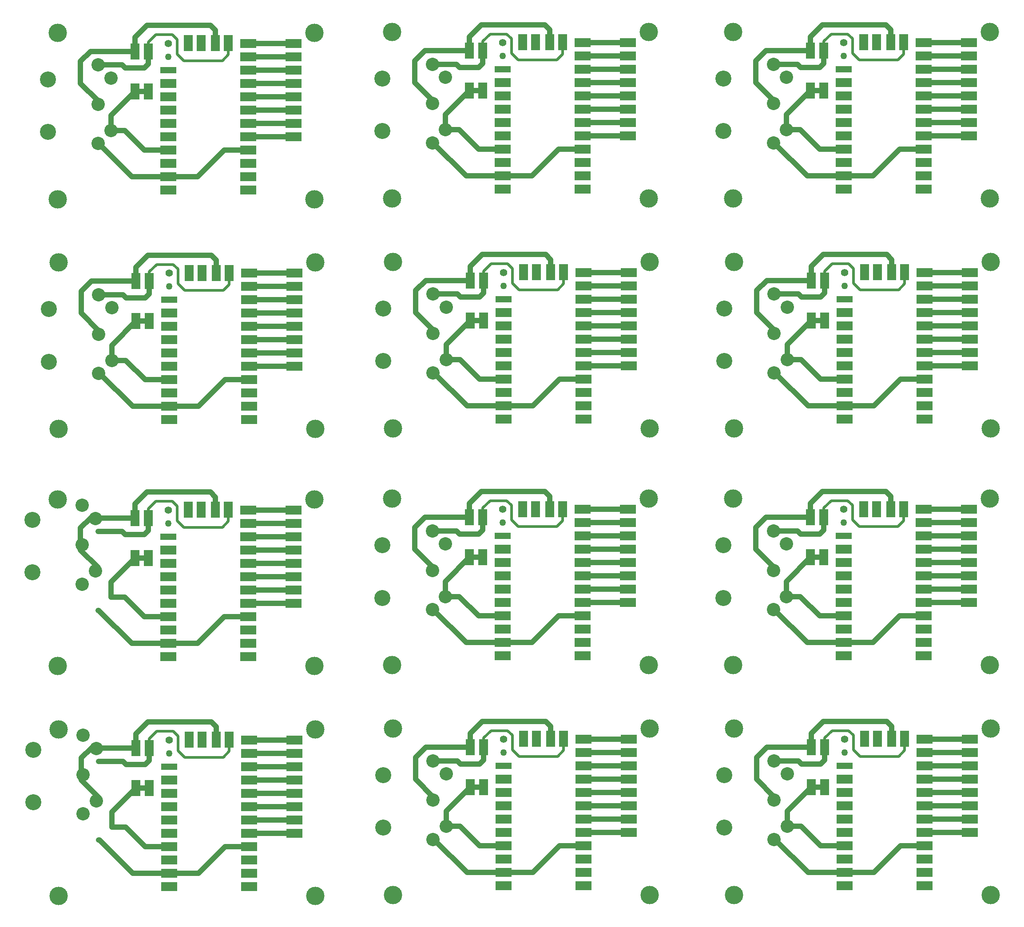
<source format=gbl>
G04 (created by PCBNEW (2013-07-07 BZR 4022)-stable) date 21/07/2014 09:22:51*
%MOIN*%
G04 Gerber Fmt 3.4, Leading zero omitted, Abs format*
%FSLAX34Y34*%
G01*
G70*
G90*
G04 APERTURE LIST*
%ADD10C,0.00590551*%
%ADD11R,0.12X0.067*%
%ADD12C,0.137795*%
%ADD13C,0.1*%
%ADD14C,0.12*%
%ADD15R,0.067X0.12*%
%ADD16C,0.055*%
%ADD17C,0.05*%
%ADD18R,0.12X0.05*%
%ADD19C,0.04*%
%ADD20C,0.019*%
G04 APERTURE END LIST*
G54D10*
G54D11*
X53330Y-52208D03*
X53330Y-51208D03*
X53330Y-53208D03*
X53330Y-54208D03*
X53330Y-55208D03*
X53330Y-50208D03*
X53330Y-49208D03*
X53330Y-48208D03*
G54D12*
X35630Y-59908D03*
X54880Y-59908D03*
X54880Y-47408D03*
X35630Y-47408D03*
G54D13*
X38643Y-49824D03*
X38643Y-52777D03*
X38643Y-55729D03*
X39627Y-50808D03*
X39627Y-54745D03*
G54D14*
X34903Y-50907D03*
X34903Y-54844D03*
G54D11*
X49930Y-59208D03*
X49930Y-58208D03*
X49930Y-57208D03*
X49930Y-56208D03*
X49930Y-55208D03*
X49930Y-54208D03*
X49930Y-53208D03*
X49930Y-52208D03*
X49930Y-51208D03*
X49930Y-50208D03*
X49930Y-49208D03*
X49930Y-48208D03*
G54D15*
X48438Y-48181D03*
X47454Y-48181D03*
X46407Y-48181D03*
X45422Y-48181D03*
G54D16*
X43930Y-48208D03*
G54D17*
X43930Y-49208D03*
G54D18*
X43930Y-50208D03*
G54D11*
X43930Y-51208D03*
X43930Y-52208D03*
X43930Y-53208D03*
X43930Y-54208D03*
X43930Y-55208D03*
X43930Y-56208D03*
X43930Y-57208D03*
X43930Y-58208D03*
X43930Y-59208D03*
G54D15*
X42430Y-51808D03*
X42430Y-48808D03*
X41430Y-51808D03*
X41430Y-48808D03*
X16330Y-51858D03*
X16330Y-48858D03*
X17330Y-51858D03*
X17330Y-48858D03*
G54D11*
X24830Y-59258D03*
X24830Y-58258D03*
X24830Y-57258D03*
X24830Y-56258D03*
X24830Y-55258D03*
X24830Y-54258D03*
X24830Y-53258D03*
X24830Y-52258D03*
X24830Y-51258D03*
X24830Y-50258D03*
X24830Y-49258D03*
X24830Y-48258D03*
G54D15*
X23338Y-48231D03*
X22354Y-48231D03*
X21307Y-48231D03*
X20322Y-48231D03*
G54D16*
X18830Y-48258D03*
G54D17*
X18830Y-49258D03*
G54D18*
X18830Y-50258D03*
G54D11*
X18830Y-51258D03*
X18830Y-52258D03*
X18830Y-53258D03*
X18830Y-54258D03*
X18830Y-55258D03*
X18830Y-56258D03*
X18830Y-57258D03*
X18830Y-58258D03*
X18830Y-59258D03*
G54D13*
X12362Y-47905D03*
X12362Y-50858D03*
X12362Y-53811D03*
X13346Y-48890D03*
X13346Y-52827D03*
G54D14*
X8622Y-48988D03*
X8622Y-52925D03*
G54D12*
X10530Y-47458D03*
X29780Y-47458D03*
X29780Y-59958D03*
X10530Y-59958D03*
G54D11*
X28230Y-52258D03*
X28230Y-51258D03*
X28230Y-53258D03*
X28230Y-54258D03*
X28230Y-55258D03*
X28230Y-50258D03*
X28230Y-49258D03*
X28230Y-48258D03*
G54D15*
X67030Y-51808D03*
X67030Y-48808D03*
X68030Y-51808D03*
X68030Y-48808D03*
G54D11*
X75530Y-59208D03*
X75530Y-58208D03*
X75530Y-57208D03*
X75530Y-56208D03*
X75530Y-55208D03*
X75530Y-54208D03*
X75530Y-53208D03*
X75530Y-52208D03*
X75530Y-51208D03*
X75530Y-50208D03*
X75530Y-49208D03*
X75530Y-48208D03*
G54D15*
X74038Y-48181D03*
X73054Y-48181D03*
X72007Y-48181D03*
X71022Y-48181D03*
G54D16*
X69530Y-48208D03*
G54D17*
X69530Y-49208D03*
G54D18*
X69530Y-50208D03*
G54D11*
X69530Y-51208D03*
X69530Y-52208D03*
X69530Y-53208D03*
X69530Y-54208D03*
X69530Y-55208D03*
X69530Y-56208D03*
X69530Y-57208D03*
X69530Y-58208D03*
X69530Y-59208D03*
G54D13*
X64243Y-49824D03*
X64243Y-52777D03*
X64243Y-55729D03*
X65227Y-50808D03*
X65227Y-54745D03*
G54D14*
X60503Y-50907D03*
X60503Y-54844D03*
G54D12*
X61230Y-47408D03*
X80480Y-47408D03*
X80480Y-59908D03*
X61230Y-59908D03*
G54D11*
X78930Y-52208D03*
X78930Y-51208D03*
X78930Y-53208D03*
X78930Y-54208D03*
X78930Y-55208D03*
X78930Y-50208D03*
X78930Y-49208D03*
X78930Y-48208D03*
X78993Y-69464D03*
X78993Y-68464D03*
X78993Y-70464D03*
X78993Y-71464D03*
X78993Y-72464D03*
X78993Y-67464D03*
X78993Y-66464D03*
X78993Y-65464D03*
G54D12*
X61293Y-77164D03*
X80543Y-77164D03*
X80543Y-64664D03*
X61293Y-64664D03*
G54D13*
X64305Y-67080D03*
X64305Y-70033D03*
X64305Y-72986D03*
X65290Y-68064D03*
X65290Y-72001D03*
G54D14*
X60565Y-68163D03*
X60565Y-72100D03*
G54D11*
X75593Y-76464D03*
X75593Y-75464D03*
X75593Y-74464D03*
X75593Y-73464D03*
X75593Y-72464D03*
X75593Y-71464D03*
X75593Y-70464D03*
X75593Y-69464D03*
X75593Y-68464D03*
X75593Y-67464D03*
X75593Y-66464D03*
X75593Y-65464D03*
G54D15*
X74101Y-65437D03*
X73116Y-65437D03*
X72069Y-65437D03*
X71085Y-65437D03*
G54D16*
X69593Y-65464D03*
G54D17*
X69593Y-66464D03*
G54D18*
X69593Y-67464D03*
G54D11*
X69593Y-68464D03*
X69593Y-69464D03*
X69593Y-70464D03*
X69593Y-71464D03*
X69593Y-72464D03*
X69593Y-73464D03*
X69593Y-74464D03*
X69593Y-75464D03*
X69593Y-76464D03*
G54D15*
X68093Y-69064D03*
X68093Y-66064D03*
X67093Y-69064D03*
X67093Y-66064D03*
G54D11*
X28293Y-69514D03*
X28293Y-68514D03*
X28293Y-70514D03*
X28293Y-71514D03*
X28293Y-72514D03*
X28293Y-67514D03*
X28293Y-66514D03*
X28293Y-65514D03*
G54D12*
X10593Y-77214D03*
X29843Y-77214D03*
X29843Y-64714D03*
X10593Y-64714D03*
G54D13*
X12424Y-65162D03*
X12424Y-68114D03*
X12424Y-71067D03*
X13409Y-66146D03*
X13409Y-70083D03*
G54D14*
X8684Y-66244D03*
X8684Y-70181D03*
G54D11*
X24893Y-76514D03*
X24893Y-75514D03*
X24893Y-74514D03*
X24893Y-73514D03*
X24893Y-72514D03*
X24893Y-71514D03*
X24893Y-70514D03*
X24893Y-69514D03*
X24893Y-68514D03*
X24893Y-67514D03*
X24893Y-66514D03*
X24893Y-65514D03*
G54D15*
X23401Y-65487D03*
X22416Y-65487D03*
X21369Y-65487D03*
X20385Y-65487D03*
G54D16*
X18893Y-65514D03*
G54D17*
X18893Y-66514D03*
G54D18*
X18893Y-67514D03*
G54D11*
X18893Y-68514D03*
X18893Y-69514D03*
X18893Y-70514D03*
X18893Y-71514D03*
X18893Y-72514D03*
X18893Y-73514D03*
X18893Y-74514D03*
X18893Y-75514D03*
X18893Y-76514D03*
G54D15*
X17393Y-69114D03*
X17393Y-66114D03*
X16393Y-69114D03*
X16393Y-66114D03*
X41493Y-69064D03*
X41493Y-66064D03*
X42493Y-69064D03*
X42493Y-66064D03*
G54D11*
X49993Y-76464D03*
X49993Y-75464D03*
X49993Y-74464D03*
X49993Y-73464D03*
X49993Y-72464D03*
X49993Y-71464D03*
X49993Y-70464D03*
X49993Y-69464D03*
X49993Y-68464D03*
X49993Y-67464D03*
X49993Y-66464D03*
X49993Y-65464D03*
G54D15*
X48501Y-65437D03*
X47516Y-65437D03*
X46469Y-65437D03*
X45485Y-65437D03*
G54D16*
X43993Y-65464D03*
G54D17*
X43993Y-66464D03*
G54D18*
X43993Y-67464D03*
G54D11*
X43993Y-68464D03*
X43993Y-69464D03*
X43993Y-70464D03*
X43993Y-71464D03*
X43993Y-72464D03*
X43993Y-73464D03*
X43993Y-74464D03*
X43993Y-75464D03*
X43993Y-76464D03*
G54D13*
X38705Y-67080D03*
X38705Y-70033D03*
X38705Y-72986D03*
X39690Y-68064D03*
X39690Y-72001D03*
G54D14*
X34965Y-68163D03*
X34965Y-72100D03*
G54D12*
X35693Y-64664D03*
X54943Y-64664D03*
X54943Y-77164D03*
X35693Y-77164D03*
G54D11*
X53393Y-69464D03*
X53393Y-68464D03*
X53393Y-70464D03*
X53393Y-71464D03*
X53393Y-72464D03*
X53393Y-67464D03*
X53393Y-66464D03*
X53393Y-65464D03*
X53393Y-34425D03*
X53393Y-33425D03*
X53393Y-35425D03*
X53393Y-36425D03*
X53393Y-37425D03*
X53393Y-32425D03*
X53393Y-31425D03*
X53393Y-30425D03*
G54D12*
X35693Y-42125D03*
X54943Y-42125D03*
X54943Y-29625D03*
X35693Y-29625D03*
G54D13*
X38705Y-32041D03*
X38705Y-34994D03*
X38705Y-37946D03*
X39690Y-33025D03*
X39690Y-36962D03*
G54D14*
X34965Y-33124D03*
X34965Y-37061D03*
G54D11*
X49993Y-41425D03*
X49993Y-40425D03*
X49993Y-39425D03*
X49993Y-38425D03*
X49993Y-37425D03*
X49993Y-36425D03*
X49993Y-35425D03*
X49993Y-34425D03*
X49993Y-33425D03*
X49993Y-32425D03*
X49993Y-31425D03*
X49993Y-30425D03*
G54D15*
X48501Y-30398D03*
X47516Y-30398D03*
X46469Y-30398D03*
X45485Y-30398D03*
G54D16*
X43993Y-30425D03*
G54D17*
X43993Y-31425D03*
G54D18*
X43993Y-32425D03*
G54D11*
X43993Y-33425D03*
X43993Y-34425D03*
X43993Y-35425D03*
X43993Y-36425D03*
X43993Y-37425D03*
X43993Y-38425D03*
X43993Y-39425D03*
X43993Y-40425D03*
X43993Y-41425D03*
G54D15*
X42493Y-34025D03*
X42493Y-31025D03*
X41493Y-34025D03*
X41493Y-31025D03*
X16393Y-34075D03*
X16393Y-31075D03*
X17393Y-34075D03*
X17393Y-31075D03*
G54D11*
X24893Y-41475D03*
X24893Y-40475D03*
X24893Y-39475D03*
X24893Y-38475D03*
X24893Y-37475D03*
X24893Y-36475D03*
X24893Y-35475D03*
X24893Y-34475D03*
X24893Y-33475D03*
X24893Y-32475D03*
X24893Y-31475D03*
X24893Y-30475D03*
G54D15*
X23401Y-30448D03*
X22416Y-30448D03*
X21369Y-30448D03*
X20385Y-30448D03*
G54D16*
X18893Y-30475D03*
G54D17*
X18893Y-31475D03*
G54D18*
X18893Y-32475D03*
G54D11*
X18893Y-33475D03*
X18893Y-34475D03*
X18893Y-35475D03*
X18893Y-36475D03*
X18893Y-37475D03*
X18893Y-38475D03*
X18893Y-39475D03*
X18893Y-40475D03*
X18893Y-41475D03*
G54D13*
X13605Y-32091D03*
X13605Y-35044D03*
X13605Y-37996D03*
X14590Y-33075D03*
X14590Y-37012D03*
G54D14*
X9865Y-33174D03*
X9865Y-37111D03*
G54D12*
X10593Y-29675D03*
X29843Y-29675D03*
X29843Y-42175D03*
X10593Y-42175D03*
G54D11*
X28293Y-34475D03*
X28293Y-33475D03*
X28293Y-35475D03*
X28293Y-36475D03*
X28293Y-37475D03*
X28293Y-32475D03*
X28293Y-31475D03*
X28293Y-30475D03*
G54D15*
X67093Y-34025D03*
X67093Y-31025D03*
X68093Y-34025D03*
X68093Y-31025D03*
G54D11*
X75593Y-41425D03*
X75593Y-40425D03*
X75593Y-39425D03*
X75593Y-38425D03*
X75593Y-37425D03*
X75593Y-36425D03*
X75593Y-35425D03*
X75593Y-34425D03*
X75593Y-33425D03*
X75593Y-32425D03*
X75593Y-31425D03*
X75593Y-30425D03*
G54D15*
X74101Y-30398D03*
X73116Y-30398D03*
X72069Y-30398D03*
X71085Y-30398D03*
G54D16*
X69593Y-30425D03*
G54D17*
X69593Y-31425D03*
G54D18*
X69593Y-32425D03*
G54D11*
X69593Y-33425D03*
X69593Y-34425D03*
X69593Y-35425D03*
X69593Y-36425D03*
X69593Y-37425D03*
X69593Y-38425D03*
X69593Y-39425D03*
X69593Y-40425D03*
X69593Y-41425D03*
G54D13*
X64305Y-32041D03*
X64305Y-34994D03*
X64305Y-37946D03*
X65290Y-33025D03*
X65290Y-36962D03*
G54D14*
X60565Y-33124D03*
X60565Y-37061D03*
G54D12*
X61293Y-29625D03*
X80543Y-29625D03*
X80543Y-42125D03*
X61293Y-42125D03*
G54D11*
X78993Y-34425D03*
X78993Y-33425D03*
X78993Y-35425D03*
X78993Y-36425D03*
X78993Y-37425D03*
X78993Y-32425D03*
X78993Y-31425D03*
X78993Y-30425D03*
X78930Y-17169D03*
X78930Y-16169D03*
X78930Y-18169D03*
X78930Y-19169D03*
X78930Y-20169D03*
X78930Y-15169D03*
X78930Y-14169D03*
X78930Y-13169D03*
G54D12*
X61230Y-24869D03*
X80480Y-24869D03*
X80480Y-12369D03*
X61230Y-12369D03*
G54D13*
X64243Y-14785D03*
X64243Y-17737D03*
X64243Y-20690D03*
X65227Y-15769D03*
X65227Y-19706D03*
G54D14*
X60503Y-15867D03*
X60503Y-19804D03*
G54D11*
X75530Y-24169D03*
X75530Y-23169D03*
X75530Y-22169D03*
X75530Y-21169D03*
X75530Y-20169D03*
X75530Y-19169D03*
X75530Y-18169D03*
X75530Y-17169D03*
X75530Y-16169D03*
X75530Y-15169D03*
X75530Y-14169D03*
X75530Y-13169D03*
G54D15*
X74038Y-13141D03*
X73054Y-13141D03*
X72007Y-13141D03*
X71022Y-13141D03*
G54D16*
X69530Y-13169D03*
G54D17*
X69530Y-14169D03*
G54D18*
X69530Y-15169D03*
G54D11*
X69530Y-16169D03*
X69530Y-17169D03*
X69530Y-18169D03*
X69530Y-19169D03*
X69530Y-20169D03*
X69530Y-21169D03*
X69530Y-22169D03*
X69530Y-23169D03*
X69530Y-24169D03*
G54D15*
X68030Y-16769D03*
X68030Y-13769D03*
X67030Y-16769D03*
X67030Y-13769D03*
G54D11*
X28230Y-17219D03*
X28230Y-16219D03*
X28230Y-18219D03*
X28230Y-19219D03*
X28230Y-20219D03*
X28230Y-15219D03*
X28230Y-14219D03*
X28230Y-13219D03*
G54D12*
X10530Y-24919D03*
X29780Y-24919D03*
X29780Y-12419D03*
X10530Y-12419D03*
G54D13*
X13543Y-14835D03*
X13543Y-17787D03*
X13543Y-20740D03*
X14527Y-15819D03*
X14527Y-19756D03*
G54D14*
X9803Y-15917D03*
X9803Y-19854D03*
G54D11*
X24830Y-24219D03*
X24830Y-23219D03*
X24830Y-22219D03*
X24830Y-21219D03*
X24830Y-20219D03*
X24830Y-19219D03*
X24830Y-18219D03*
X24830Y-17219D03*
X24830Y-16219D03*
X24830Y-15219D03*
X24830Y-14219D03*
X24830Y-13219D03*
G54D15*
X23338Y-13191D03*
X22354Y-13191D03*
X21307Y-13191D03*
X20322Y-13191D03*
G54D16*
X18830Y-13219D03*
G54D17*
X18830Y-14219D03*
G54D18*
X18830Y-15219D03*
G54D11*
X18830Y-16219D03*
X18830Y-17219D03*
X18830Y-18219D03*
X18830Y-19219D03*
X18830Y-20219D03*
X18830Y-21219D03*
X18830Y-22219D03*
X18830Y-23219D03*
X18830Y-24219D03*
G54D15*
X17330Y-16819D03*
X17330Y-13819D03*
X16330Y-16819D03*
X16330Y-13819D03*
X41430Y-16769D03*
X41430Y-13769D03*
X42430Y-16769D03*
X42430Y-13769D03*
G54D11*
X49930Y-24169D03*
X49930Y-23169D03*
X49930Y-22169D03*
X49930Y-21169D03*
X49930Y-20169D03*
X49930Y-19169D03*
X49930Y-18169D03*
X49930Y-17169D03*
X49930Y-16169D03*
X49930Y-15169D03*
X49930Y-14169D03*
X49930Y-13169D03*
G54D15*
X48438Y-13141D03*
X47454Y-13141D03*
X46407Y-13141D03*
X45422Y-13141D03*
G54D16*
X43930Y-13169D03*
G54D17*
X43930Y-14169D03*
G54D18*
X43930Y-15169D03*
G54D11*
X43930Y-16169D03*
X43930Y-17169D03*
X43930Y-18169D03*
X43930Y-19169D03*
X43930Y-20169D03*
X43930Y-21169D03*
X43930Y-22169D03*
X43930Y-23169D03*
X43930Y-24169D03*
G54D13*
X38643Y-14785D03*
X38643Y-17737D03*
X38643Y-20690D03*
X39627Y-15769D03*
X39627Y-19706D03*
G54D14*
X34903Y-15867D03*
X34903Y-19804D03*
G54D12*
X35630Y-12369D03*
X54880Y-12369D03*
X54880Y-24869D03*
X35630Y-24869D03*
G54D11*
X53330Y-17169D03*
X53330Y-16169D03*
X53330Y-18169D03*
X53330Y-19169D03*
X53330Y-20169D03*
X53330Y-15169D03*
X53330Y-14169D03*
X53330Y-13169D03*
G54D19*
X40667Y-54745D02*
X42130Y-56208D01*
X42130Y-56208D02*
X43930Y-56208D01*
X39627Y-54745D02*
X40667Y-54745D01*
X39627Y-53611D02*
X41430Y-51808D01*
X39627Y-54745D02*
X39627Y-53611D01*
X41430Y-51808D02*
X42430Y-51808D01*
X16330Y-51858D02*
X17330Y-51858D01*
X14527Y-54795D02*
X14527Y-53661D01*
X14527Y-53661D02*
X16330Y-51858D01*
X14527Y-54795D02*
X15567Y-54795D01*
X17030Y-56258D02*
X18830Y-56258D01*
X15567Y-54795D02*
X17030Y-56258D01*
X67030Y-51808D02*
X68030Y-51808D01*
X65227Y-54745D02*
X65227Y-53611D01*
X65227Y-53611D02*
X67030Y-51808D01*
X65227Y-54745D02*
X66267Y-54745D01*
X67730Y-56208D02*
X69530Y-56208D01*
X66267Y-54745D02*
X67730Y-56208D01*
X66330Y-72001D02*
X67793Y-73464D01*
X67793Y-73464D02*
X69593Y-73464D01*
X65290Y-72001D02*
X66330Y-72001D01*
X65290Y-70868D02*
X67093Y-69064D01*
X65290Y-72001D02*
X65290Y-70868D01*
X67093Y-69064D02*
X68093Y-69064D01*
X15630Y-72051D02*
X17093Y-73514D01*
X17093Y-73514D02*
X18893Y-73514D01*
X14590Y-72051D02*
X15630Y-72051D01*
X14590Y-70918D02*
X16393Y-69114D01*
X14590Y-72051D02*
X14590Y-70918D01*
X16393Y-69114D02*
X17393Y-69114D01*
X41493Y-69064D02*
X42493Y-69064D01*
X39690Y-72001D02*
X39690Y-70868D01*
X39690Y-70868D02*
X41493Y-69064D01*
X39690Y-72001D02*
X40730Y-72001D01*
X42193Y-73464D02*
X43993Y-73464D01*
X40730Y-72001D02*
X42193Y-73464D01*
X40730Y-36962D02*
X42193Y-38425D01*
X42193Y-38425D02*
X43993Y-38425D01*
X39690Y-36962D02*
X40730Y-36962D01*
X39690Y-35828D02*
X41493Y-34025D01*
X39690Y-36962D02*
X39690Y-35828D01*
X41493Y-34025D02*
X42493Y-34025D01*
X16393Y-34075D02*
X17393Y-34075D01*
X14590Y-37012D02*
X14590Y-35878D01*
X14590Y-35878D02*
X16393Y-34075D01*
X14590Y-37012D02*
X15630Y-37012D01*
X17093Y-38475D02*
X18893Y-38475D01*
X15630Y-37012D02*
X17093Y-38475D01*
X67093Y-34025D02*
X68093Y-34025D01*
X65290Y-36962D02*
X65290Y-35828D01*
X65290Y-35828D02*
X67093Y-34025D01*
X65290Y-36962D02*
X66330Y-36962D01*
X67793Y-38425D02*
X69593Y-38425D01*
X66330Y-36962D02*
X67793Y-38425D01*
X66267Y-19706D02*
X67730Y-21169D01*
X67730Y-21169D02*
X69530Y-21169D01*
X65227Y-19706D02*
X66267Y-19706D01*
X65227Y-18572D02*
X67030Y-16769D01*
X65227Y-19706D02*
X65227Y-18572D01*
X67030Y-16769D02*
X68030Y-16769D01*
X15567Y-19756D02*
X17030Y-21219D01*
X17030Y-21219D02*
X18830Y-21219D01*
X14527Y-19756D02*
X15567Y-19756D01*
X14527Y-18622D02*
X16330Y-16819D01*
X14527Y-19756D02*
X14527Y-18622D01*
X16330Y-16819D02*
X17330Y-16819D01*
X41430Y-16769D02*
X42430Y-16769D01*
X39627Y-19706D02*
X39627Y-18572D01*
X39627Y-18572D02*
X41430Y-16769D01*
X39627Y-19706D02*
X40667Y-19706D01*
X42130Y-21169D02*
X43930Y-21169D01*
X40667Y-19706D02*
X42130Y-21169D01*
X13543Y-52827D02*
X13543Y-52571D01*
X13605Y-70083D02*
X13605Y-69827D01*
X38701Y-55729D02*
X41180Y-58208D01*
X41180Y-58208D02*
X43930Y-58208D01*
X38643Y-55729D02*
X38701Y-55729D01*
X46130Y-58208D02*
X48130Y-56208D01*
X48130Y-56208D02*
X49930Y-56208D01*
X43930Y-58208D02*
X46130Y-58208D01*
X18830Y-58258D02*
X21030Y-58258D01*
X23030Y-56258D02*
X24830Y-56258D01*
X21030Y-58258D02*
X23030Y-56258D01*
X13543Y-55779D02*
X13601Y-55779D01*
X16080Y-58258D02*
X18830Y-58258D01*
X13601Y-55779D02*
X16080Y-58258D01*
X69530Y-58208D02*
X71730Y-58208D01*
X73730Y-56208D02*
X75530Y-56208D01*
X71730Y-58208D02*
X73730Y-56208D01*
X64243Y-55729D02*
X64301Y-55729D01*
X66780Y-58208D02*
X69530Y-58208D01*
X64301Y-55729D02*
X66780Y-58208D01*
X64364Y-72986D02*
X66843Y-75464D01*
X66843Y-75464D02*
X69593Y-75464D01*
X64305Y-72986D02*
X64364Y-72986D01*
X71793Y-75464D02*
X73793Y-73464D01*
X73793Y-73464D02*
X75593Y-73464D01*
X69593Y-75464D02*
X71793Y-75464D01*
X13664Y-73036D02*
X16143Y-75514D01*
X16143Y-75514D02*
X18893Y-75514D01*
X13605Y-73036D02*
X13664Y-73036D01*
X21093Y-75514D02*
X23093Y-73514D01*
X23093Y-73514D02*
X24893Y-73514D01*
X18893Y-75514D02*
X21093Y-75514D01*
X43993Y-75464D02*
X46193Y-75464D01*
X48193Y-73464D02*
X49993Y-73464D01*
X46193Y-75464D02*
X48193Y-73464D01*
X38705Y-72986D02*
X38764Y-72986D01*
X41243Y-75464D02*
X43993Y-75464D01*
X38764Y-72986D02*
X41243Y-75464D01*
X38764Y-37946D02*
X41243Y-40425D01*
X41243Y-40425D02*
X43993Y-40425D01*
X38705Y-37946D02*
X38764Y-37946D01*
X46193Y-40425D02*
X48193Y-38425D01*
X48193Y-38425D02*
X49993Y-38425D01*
X43993Y-40425D02*
X46193Y-40425D01*
X18893Y-40475D02*
X21093Y-40475D01*
X23093Y-38475D02*
X24893Y-38475D01*
X21093Y-40475D02*
X23093Y-38475D01*
X13605Y-37996D02*
X13664Y-37996D01*
X16143Y-40475D02*
X18893Y-40475D01*
X13664Y-37996D02*
X16143Y-40475D01*
X69593Y-40425D02*
X71793Y-40425D01*
X73793Y-38425D02*
X75593Y-38425D01*
X71793Y-40425D02*
X73793Y-38425D01*
X64305Y-37946D02*
X64364Y-37946D01*
X66843Y-40425D02*
X69593Y-40425D01*
X64364Y-37946D02*
X66843Y-40425D01*
X64301Y-20690D02*
X66780Y-23169D01*
X66780Y-23169D02*
X69530Y-23169D01*
X64243Y-20690D02*
X64301Y-20690D01*
X71730Y-23169D02*
X73730Y-21169D01*
X73730Y-21169D02*
X75530Y-21169D01*
X69530Y-23169D02*
X71730Y-23169D01*
X13601Y-20740D02*
X16080Y-23219D01*
X16080Y-23219D02*
X18830Y-23219D01*
X13543Y-20740D02*
X13601Y-20740D01*
X21030Y-23219D02*
X23030Y-21219D01*
X23030Y-21219D02*
X24830Y-21219D01*
X18830Y-23219D02*
X21030Y-23219D01*
X43930Y-23169D02*
X46130Y-23169D01*
X48130Y-21169D02*
X49930Y-21169D01*
X46130Y-23169D02*
X48130Y-21169D01*
X38643Y-20690D02*
X38701Y-20690D01*
X41180Y-23169D02*
X43930Y-23169D01*
X38701Y-20690D02*
X41180Y-23169D01*
X40446Y-49824D02*
X40680Y-50058D01*
X40680Y-50058D02*
X42130Y-50058D01*
X42130Y-50058D02*
X42430Y-49758D01*
X42430Y-49758D02*
X42430Y-48808D01*
X38643Y-49824D02*
X40446Y-49824D01*
G54D20*
X42430Y-48108D02*
X42980Y-47558D01*
X42980Y-47558D02*
X44230Y-47558D01*
X44230Y-47558D02*
X44580Y-47908D01*
X44580Y-47908D02*
X44580Y-49008D01*
X44580Y-49008D02*
X45080Y-49508D01*
X45080Y-49508D02*
X47980Y-49508D01*
X47980Y-49508D02*
X48438Y-49050D01*
X48438Y-49050D02*
X48438Y-48181D01*
X42430Y-48808D02*
X42430Y-48108D01*
X17330Y-48858D02*
X17330Y-48158D01*
X23338Y-49100D02*
X23338Y-48231D01*
X22880Y-49558D02*
X23338Y-49100D01*
X19980Y-49558D02*
X22880Y-49558D01*
X19480Y-49058D02*
X19980Y-49558D01*
X19480Y-47958D02*
X19480Y-49058D01*
X19130Y-47608D02*
X19480Y-47958D01*
X17880Y-47608D02*
X19130Y-47608D01*
X17330Y-48158D02*
X17880Y-47608D01*
G54D19*
X13543Y-49874D02*
X15346Y-49874D01*
X17330Y-49808D02*
X17330Y-48858D01*
X17030Y-50108D02*
X17330Y-49808D01*
X15580Y-50108D02*
X17030Y-50108D01*
X15346Y-49874D02*
X15580Y-50108D01*
G54D20*
X68030Y-48808D02*
X68030Y-48108D01*
X74038Y-49050D02*
X74038Y-48181D01*
X73580Y-49508D02*
X74038Y-49050D01*
X70680Y-49508D02*
X73580Y-49508D01*
X70180Y-49008D02*
X70680Y-49508D01*
X70180Y-47908D02*
X70180Y-49008D01*
X69830Y-47558D02*
X70180Y-47908D01*
X68580Y-47558D02*
X69830Y-47558D01*
X68030Y-48108D02*
X68580Y-47558D01*
G54D19*
X64243Y-49824D02*
X66046Y-49824D01*
X68030Y-49758D02*
X68030Y-48808D01*
X67730Y-50058D02*
X68030Y-49758D01*
X66280Y-50058D02*
X67730Y-50058D01*
X66046Y-49824D02*
X66280Y-50058D01*
X66109Y-67080D02*
X66343Y-67314D01*
X66343Y-67314D02*
X67793Y-67314D01*
X67793Y-67314D02*
X68093Y-67014D01*
X68093Y-67014D02*
X68093Y-66064D01*
X64305Y-67080D02*
X66109Y-67080D01*
G54D20*
X68093Y-65364D02*
X68643Y-64814D01*
X68643Y-64814D02*
X69893Y-64814D01*
X69893Y-64814D02*
X70243Y-65164D01*
X70243Y-65164D02*
X70243Y-66264D01*
X70243Y-66264D02*
X70743Y-66764D01*
X70743Y-66764D02*
X73643Y-66764D01*
X73643Y-66764D02*
X74101Y-66307D01*
X74101Y-66307D02*
X74101Y-65437D01*
X68093Y-66064D02*
X68093Y-65364D01*
G54D19*
X15409Y-67130D02*
X15643Y-67364D01*
X15643Y-67364D02*
X17093Y-67364D01*
X17093Y-67364D02*
X17393Y-67064D01*
X17393Y-67064D02*
X17393Y-66114D01*
X13605Y-67130D02*
X15409Y-67130D01*
G54D20*
X17393Y-65414D02*
X17943Y-64864D01*
X17943Y-64864D02*
X19193Y-64864D01*
X19193Y-64864D02*
X19543Y-65214D01*
X19543Y-65214D02*
X19543Y-66314D01*
X19543Y-66314D02*
X20043Y-66814D01*
X20043Y-66814D02*
X22943Y-66814D01*
X22943Y-66814D02*
X23401Y-66357D01*
X23401Y-66357D02*
X23401Y-65487D01*
X17393Y-66114D02*
X17393Y-65414D01*
X42493Y-66064D02*
X42493Y-65364D01*
X48501Y-66307D02*
X48501Y-65437D01*
X48043Y-66764D02*
X48501Y-66307D01*
X45143Y-66764D02*
X48043Y-66764D01*
X44643Y-66264D02*
X45143Y-66764D01*
X44643Y-65164D02*
X44643Y-66264D01*
X44293Y-64814D02*
X44643Y-65164D01*
X43043Y-64814D02*
X44293Y-64814D01*
X42493Y-65364D02*
X43043Y-64814D01*
G54D19*
X38705Y-67080D02*
X40509Y-67080D01*
X42493Y-67014D02*
X42493Y-66064D01*
X42193Y-67314D02*
X42493Y-67014D01*
X40743Y-67314D02*
X42193Y-67314D01*
X40509Y-67080D02*
X40743Y-67314D01*
X40509Y-32041D02*
X40743Y-32275D01*
X40743Y-32275D02*
X42193Y-32275D01*
X42193Y-32275D02*
X42493Y-31975D01*
X42493Y-31975D02*
X42493Y-31025D01*
X38705Y-32041D02*
X40509Y-32041D01*
G54D20*
X42493Y-30325D02*
X43043Y-29775D01*
X43043Y-29775D02*
X44293Y-29775D01*
X44293Y-29775D02*
X44643Y-30125D01*
X44643Y-30125D02*
X44643Y-31225D01*
X44643Y-31225D02*
X45143Y-31725D01*
X45143Y-31725D02*
X48043Y-31725D01*
X48043Y-31725D02*
X48501Y-31267D01*
X48501Y-31267D02*
X48501Y-30398D01*
X42493Y-31025D02*
X42493Y-30325D01*
X17393Y-31075D02*
X17393Y-30375D01*
X23401Y-31317D02*
X23401Y-30448D01*
X22943Y-31775D02*
X23401Y-31317D01*
X20043Y-31775D02*
X22943Y-31775D01*
X19543Y-31275D02*
X20043Y-31775D01*
X19543Y-30175D02*
X19543Y-31275D01*
X19193Y-29825D02*
X19543Y-30175D01*
X17943Y-29825D02*
X19193Y-29825D01*
X17393Y-30375D02*
X17943Y-29825D01*
G54D19*
X13605Y-32091D02*
X15409Y-32091D01*
X17393Y-32025D02*
X17393Y-31075D01*
X17093Y-32325D02*
X17393Y-32025D01*
X15643Y-32325D02*
X17093Y-32325D01*
X15409Y-32091D02*
X15643Y-32325D01*
G54D20*
X68093Y-31025D02*
X68093Y-30325D01*
X74101Y-31267D02*
X74101Y-30398D01*
X73643Y-31725D02*
X74101Y-31267D01*
X70743Y-31725D02*
X73643Y-31725D01*
X70243Y-31225D02*
X70743Y-31725D01*
X70243Y-30125D02*
X70243Y-31225D01*
X69893Y-29775D02*
X70243Y-30125D01*
X68643Y-29775D02*
X69893Y-29775D01*
X68093Y-30325D02*
X68643Y-29775D01*
G54D19*
X64305Y-32041D02*
X66109Y-32041D01*
X68093Y-31975D02*
X68093Y-31025D01*
X67793Y-32275D02*
X68093Y-31975D01*
X66343Y-32275D02*
X67793Y-32275D01*
X66109Y-32041D02*
X66343Y-32275D01*
X66046Y-14785D02*
X66280Y-15019D01*
X66280Y-15019D02*
X67730Y-15019D01*
X67730Y-15019D02*
X68030Y-14719D01*
X68030Y-14719D02*
X68030Y-13769D01*
X64243Y-14785D02*
X66046Y-14785D01*
G54D20*
X68030Y-13069D02*
X68580Y-12519D01*
X68580Y-12519D02*
X69830Y-12519D01*
X69830Y-12519D02*
X70180Y-12869D01*
X70180Y-12869D02*
X70180Y-13969D01*
X70180Y-13969D02*
X70680Y-14469D01*
X70680Y-14469D02*
X73580Y-14469D01*
X73580Y-14469D02*
X74038Y-14011D01*
X74038Y-14011D02*
X74038Y-13141D01*
X68030Y-13769D02*
X68030Y-13069D01*
G54D19*
X15346Y-14835D02*
X15580Y-15069D01*
X15580Y-15069D02*
X17030Y-15069D01*
X17030Y-15069D02*
X17330Y-14769D01*
X17330Y-14769D02*
X17330Y-13819D01*
X13543Y-14835D02*
X15346Y-14835D01*
G54D20*
X17330Y-13119D02*
X17880Y-12569D01*
X17880Y-12569D02*
X19130Y-12569D01*
X19130Y-12569D02*
X19480Y-12919D01*
X19480Y-12919D02*
X19480Y-14019D01*
X19480Y-14019D02*
X19980Y-14519D01*
X19980Y-14519D02*
X22880Y-14519D01*
X22880Y-14519D02*
X23338Y-14061D01*
X23338Y-14061D02*
X23338Y-13191D01*
X17330Y-13819D02*
X17330Y-13119D01*
X42430Y-13769D02*
X42430Y-13069D01*
X48438Y-14011D02*
X48438Y-13141D01*
X47980Y-14469D02*
X48438Y-14011D01*
X45080Y-14469D02*
X47980Y-14469D01*
X44580Y-13969D02*
X45080Y-14469D01*
X44580Y-12869D02*
X44580Y-13969D01*
X44230Y-12519D02*
X44580Y-12869D01*
X42980Y-12519D02*
X44230Y-12519D01*
X42430Y-13069D02*
X42980Y-12519D01*
G54D19*
X38643Y-14785D02*
X40446Y-14785D01*
X42430Y-14719D02*
X42430Y-13769D01*
X42130Y-15019D02*
X42430Y-14719D01*
X40680Y-15019D02*
X42130Y-15019D01*
X40446Y-14785D02*
X40680Y-15019D01*
X38643Y-52521D02*
X37330Y-51208D01*
X37330Y-51208D02*
X37330Y-49558D01*
X37330Y-49558D02*
X38080Y-48808D01*
X38080Y-48808D02*
X41430Y-48808D01*
X38643Y-52777D02*
X38643Y-52521D01*
X41430Y-47758D02*
X42330Y-46858D01*
X42330Y-46858D02*
X47080Y-46858D01*
X47080Y-46858D02*
X47454Y-47232D01*
X47454Y-47232D02*
X47454Y-48181D01*
X41430Y-48808D02*
X41430Y-47758D01*
X16330Y-48858D02*
X16330Y-47808D01*
X22354Y-47282D02*
X22354Y-48231D01*
X21980Y-46908D02*
X22354Y-47282D01*
X17230Y-46908D02*
X21980Y-46908D01*
X16330Y-47808D02*
X17230Y-46908D01*
X12980Y-48858D02*
X16330Y-48858D01*
X12230Y-49608D02*
X12980Y-48858D01*
X12230Y-51258D02*
X12230Y-49608D01*
X13543Y-52571D02*
X12230Y-51258D01*
X67030Y-48808D02*
X67030Y-47758D01*
X73054Y-47232D02*
X73054Y-48181D01*
X72680Y-46858D02*
X73054Y-47232D01*
X67930Y-46858D02*
X72680Y-46858D01*
X67030Y-47758D02*
X67930Y-46858D01*
X64243Y-52777D02*
X64243Y-52521D01*
X63680Y-48808D02*
X67030Y-48808D01*
X62930Y-49558D02*
X63680Y-48808D01*
X62930Y-51208D02*
X62930Y-49558D01*
X64243Y-52521D02*
X62930Y-51208D01*
X64305Y-69777D02*
X62993Y-68464D01*
X62993Y-68464D02*
X62993Y-66814D01*
X62993Y-66814D02*
X63743Y-66064D01*
X63743Y-66064D02*
X67093Y-66064D01*
X64305Y-70033D02*
X64305Y-69777D01*
X67093Y-65014D02*
X67993Y-64114D01*
X67993Y-64114D02*
X72743Y-64114D01*
X72743Y-64114D02*
X73116Y-64488D01*
X73116Y-64488D02*
X73116Y-65437D01*
X67093Y-66064D02*
X67093Y-65014D01*
X13605Y-69827D02*
X12293Y-68514D01*
X12293Y-68514D02*
X12293Y-66864D01*
X12293Y-66864D02*
X13043Y-66114D01*
X13043Y-66114D02*
X16393Y-66114D01*
X16393Y-65064D02*
X17293Y-64164D01*
X17293Y-64164D02*
X22043Y-64164D01*
X22043Y-64164D02*
X22416Y-64538D01*
X22416Y-64538D02*
X22416Y-65487D01*
X16393Y-66114D02*
X16393Y-65064D01*
X41493Y-66064D02*
X41493Y-65014D01*
X47516Y-64488D02*
X47516Y-65437D01*
X47143Y-64114D02*
X47516Y-64488D01*
X42393Y-64114D02*
X47143Y-64114D01*
X41493Y-65014D02*
X42393Y-64114D01*
X38705Y-70033D02*
X38705Y-69777D01*
X38143Y-66064D02*
X41493Y-66064D01*
X37393Y-66814D02*
X38143Y-66064D01*
X37393Y-68464D02*
X37393Y-66814D01*
X38705Y-69777D02*
X37393Y-68464D01*
X38705Y-34738D02*
X37393Y-33425D01*
X37393Y-33425D02*
X37393Y-31775D01*
X37393Y-31775D02*
X38143Y-31025D01*
X38143Y-31025D02*
X41493Y-31025D01*
X38705Y-34994D02*
X38705Y-34738D01*
X41493Y-29975D02*
X42393Y-29075D01*
X42393Y-29075D02*
X47143Y-29075D01*
X47143Y-29075D02*
X47516Y-29449D01*
X47516Y-29449D02*
X47516Y-30398D01*
X41493Y-31025D02*
X41493Y-29975D01*
X16393Y-31075D02*
X16393Y-30025D01*
X22416Y-29499D02*
X22416Y-30448D01*
X22043Y-29125D02*
X22416Y-29499D01*
X17293Y-29125D02*
X22043Y-29125D01*
X16393Y-30025D02*
X17293Y-29125D01*
X13605Y-35044D02*
X13605Y-34788D01*
X13043Y-31075D02*
X16393Y-31075D01*
X12293Y-31825D02*
X13043Y-31075D01*
X12293Y-33475D02*
X12293Y-31825D01*
X13605Y-34788D02*
X12293Y-33475D01*
X67093Y-31025D02*
X67093Y-29975D01*
X73116Y-29449D02*
X73116Y-30398D01*
X72743Y-29075D02*
X73116Y-29449D01*
X67993Y-29075D02*
X72743Y-29075D01*
X67093Y-29975D02*
X67993Y-29075D01*
X64305Y-34994D02*
X64305Y-34738D01*
X63743Y-31025D02*
X67093Y-31025D01*
X62993Y-31775D02*
X63743Y-31025D01*
X62993Y-33425D02*
X62993Y-31775D01*
X64305Y-34738D02*
X62993Y-33425D01*
X64243Y-17481D02*
X62930Y-16169D01*
X62930Y-16169D02*
X62930Y-14519D01*
X62930Y-14519D02*
X63680Y-13769D01*
X63680Y-13769D02*
X67030Y-13769D01*
X64243Y-17737D02*
X64243Y-17481D01*
X67030Y-12719D02*
X67930Y-11819D01*
X67930Y-11819D02*
X72680Y-11819D01*
X72680Y-11819D02*
X73054Y-12192D01*
X73054Y-12192D02*
X73054Y-13141D01*
X67030Y-13769D02*
X67030Y-12719D01*
X13543Y-17531D02*
X12230Y-16219D01*
X12230Y-16219D02*
X12230Y-14569D01*
X12230Y-14569D02*
X12980Y-13819D01*
X12980Y-13819D02*
X16330Y-13819D01*
X13543Y-17787D02*
X13543Y-17531D01*
X16330Y-12769D02*
X17230Y-11869D01*
X17230Y-11869D02*
X21980Y-11869D01*
X21980Y-11869D02*
X22354Y-12242D01*
X22354Y-12242D02*
X22354Y-13191D01*
X16330Y-13819D02*
X16330Y-12769D01*
X41430Y-13769D02*
X41430Y-12719D01*
X47454Y-12192D02*
X47454Y-13141D01*
X47080Y-11819D02*
X47454Y-12192D01*
X42330Y-11819D02*
X47080Y-11819D01*
X41430Y-12719D02*
X42330Y-11819D01*
X38643Y-17737D02*
X38643Y-17481D01*
X38080Y-13769D02*
X41430Y-13769D01*
X37330Y-14519D02*
X38080Y-13769D01*
X37330Y-16169D02*
X37330Y-14519D01*
X38643Y-17481D02*
X37330Y-16169D01*
X49930Y-50208D02*
X53330Y-50208D01*
X24830Y-50258D02*
X28230Y-50258D01*
X75530Y-50208D02*
X78930Y-50208D01*
X75593Y-67464D02*
X78993Y-67464D01*
X24893Y-67514D02*
X28293Y-67514D01*
X49993Y-67464D02*
X53393Y-67464D01*
X49993Y-32425D02*
X53393Y-32425D01*
X24893Y-32475D02*
X28293Y-32475D01*
X75593Y-32425D02*
X78993Y-32425D01*
X75530Y-15169D02*
X78930Y-15169D01*
X24830Y-15219D02*
X28230Y-15219D01*
X49930Y-15169D02*
X53330Y-15169D01*
X49930Y-55208D02*
X53330Y-55208D01*
X24830Y-55258D02*
X28230Y-55258D01*
X75530Y-55208D02*
X78930Y-55208D01*
X75593Y-72464D02*
X78993Y-72464D01*
X24893Y-72514D02*
X28293Y-72514D01*
X49993Y-72464D02*
X53393Y-72464D01*
X49993Y-37425D02*
X53393Y-37425D01*
X24893Y-37475D02*
X28293Y-37475D01*
X75593Y-37425D02*
X78993Y-37425D01*
X75530Y-20169D02*
X78930Y-20169D01*
X24830Y-20219D02*
X28230Y-20219D01*
X49930Y-20169D02*
X53330Y-20169D01*
X49930Y-54208D02*
X53330Y-54208D01*
X24830Y-54258D02*
X28230Y-54258D01*
X75530Y-54208D02*
X78930Y-54208D01*
X75593Y-71464D02*
X78993Y-71464D01*
X24893Y-71514D02*
X28293Y-71514D01*
X49993Y-71464D02*
X53393Y-71464D01*
X49993Y-36425D02*
X53393Y-36425D01*
X24893Y-36475D02*
X28293Y-36475D01*
X75593Y-36425D02*
X78993Y-36425D01*
X75530Y-19169D02*
X78930Y-19169D01*
X24830Y-19219D02*
X28230Y-19219D01*
X49930Y-19169D02*
X53330Y-19169D01*
X49930Y-53208D02*
X53330Y-53208D01*
X24830Y-53258D02*
X28230Y-53258D01*
X75530Y-53208D02*
X78930Y-53208D01*
X75593Y-70464D02*
X78993Y-70464D01*
X24893Y-70514D02*
X28293Y-70514D01*
X49993Y-70464D02*
X53393Y-70464D01*
X49993Y-35425D02*
X53393Y-35425D01*
X24893Y-35475D02*
X28293Y-35475D01*
X75593Y-35425D02*
X78993Y-35425D01*
X75530Y-18169D02*
X78930Y-18169D01*
X24830Y-18219D02*
X28230Y-18219D01*
X49930Y-18169D02*
X53330Y-18169D01*
X49930Y-52208D02*
X53330Y-52208D01*
X24830Y-52258D02*
X28230Y-52258D01*
X75530Y-52208D02*
X78930Y-52208D01*
X75593Y-69464D02*
X78993Y-69464D01*
X24893Y-69514D02*
X28293Y-69514D01*
X49993Y-69464D02*
X53393Y-69464D01*
X49993Y-34425D02*
X53393Y-34425D01*
X24893Y-34475D02*
X28293Y-34475D01*
X75593Y-34425D02*
X78993Y-34425D01*
X75530Y-17169D02*
X78930Y-17169D01*
X24830Y-17219D02*
X28230Y-17219D01*
X49930Y-17169D02*
X53330Y-17169D01*
X49930Y-49208D02*
X53330Y-49208D01*
X24830Y-49258D02*
X28230Y-49258D01*
X75530Y-49208D02*
X78930Y-49208D01*
X75593Y-66464D02*
X78993Y-66464D01*
X24893Y-66514D02*
X28293Y-66514D01*
X49993Y-66464D02*
X53393Y-66464D01*
X49993Y-31425D02*
X53393Y-31425D01*
X24893Y-31475D02*
X28293Y-31475D01*
X75593Y-31425D02*
X78993Y-31425D01*
X75530Y-14169D02*
X78930Y-14169D01*
X24830Y-14219D02*
X28230Y-14219D01*
X49930Y-14169D02*
X53330Y-14169D01*
X49930Y-48208D02*
X53330Y-48208D01*
X24830Y-48258D02*
X28230Y-48258D01*
X75530Y-48208D02*
X78930Y-48208D01*
X75593Y-65464D02*
X78993Y-65464D01*
X24893Y-65514D02*
X28293Y-65514D01*
X49993Y-65464D02*
X53393Y-65464D01*
X49993Y-30425D02*
X53393Y-30425D01*
X24893Y-30475D02*
X28293Y-30475D01*
X75593Y-30425D02*
X78993Y-30425D01*
X75530Y-13169D02*
X78930Y-13169D01*
X24830Y-13219D02*
X28230Y-13219D01*
X49930Y-13169D02*
X53330Y-13169D01*
X49930Y-51208D02*
X53330Y-51208D01*
X24830Y-51258D02*
X28230Y-51258D01*
X75530Y-51208D02*
X78930Y-51208D01*
X75593Y-68464D02*
X78993Y-68464D01*
X24893Y-68514D02*
X28293Y-68514D01*
X49993Y-68464D02*
X53393Y-68464D01*
X49993Y-33425D02*
X53393Y-33425D01*
X24893Y-33475D02*
X28293Y-33475D01*
X75593Y-33425D02*
X78993Y-33425D01*
X75530Y-16169D02*
X78930Y-16169D01*
X24830Y-16219D02*
X28230Y-16219D01*
X49930Y-16169D02*
X53330Y-16169D01*
M02*

</source>
